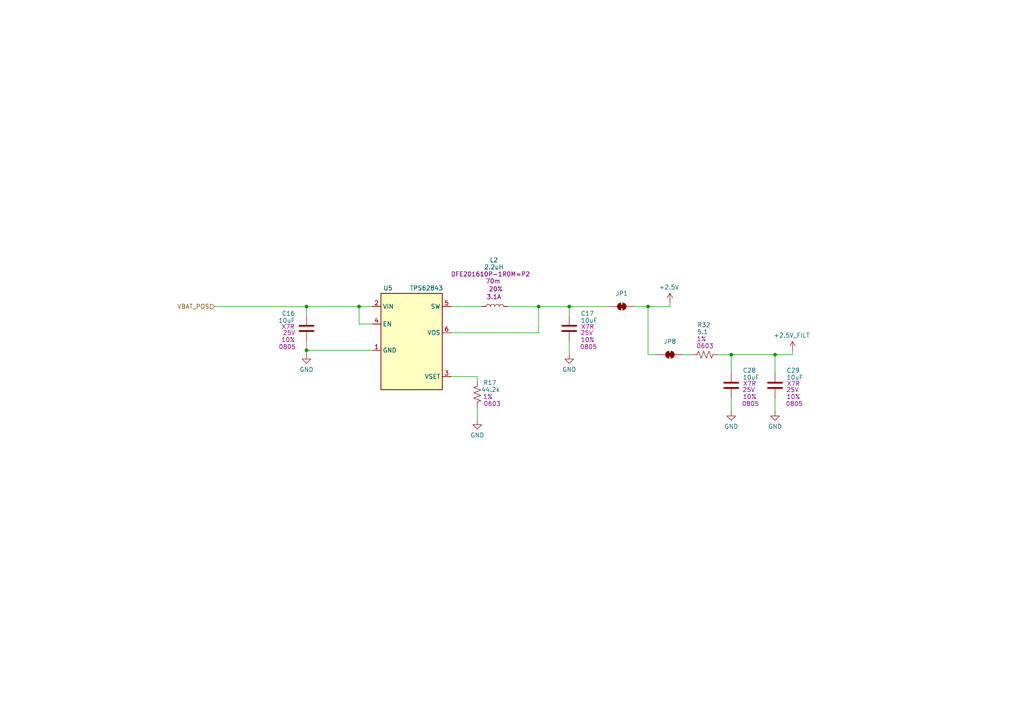
<source format=kicad_sch>
(kicad_sch (version 20231120) (generator "eeschema") (generator_version "8.0")
  (paper "A4")
  (title_block (title "KSS V50") (date "2024-09-23") (rev "A") (company "Aidan P."))
  (lib_symbols
    (symbol "Device:C" (pin_numbers hide) (pin_names (offset 0.254))
      (property "Reference" "C" (at 0.635 2.54 0))
      (property "Value" "C" (at 0.635 -2.54 0))
      (symbol "C_0_1"
        (polyline (pts (xy -2.032 -0.762) (xy 2.032 -0.762)) (stroke (width 0.508)))
        (polyline (pts (xy -2.032 0.762) (xy 2.032 0.762)) (stroke (width 0.508)))
      )
      (symbol "C_1_1"
        (pin passive line (at 0 3.81 270) (length 2.794) (name "~") (number "1"))
        (pin passive line (at 0 -3.81 90) (length 2.794) (name "~") (number "2"))
      )
    )
    (symbol "Device:L" (pin_numbers hide) (pin_names (offset 1.016) hide)
      (property "Reference" "L" (at -1.27 0 90))
      (property "Value" "L" (at 1.905 0 90))
      (symbol "L_0_1"
        (arc (start 0 -2.54) (mid 0.6323 -1.905) (end 0 -1.27))
        (arc (start 0 -1.27) (mid 0.6323 -0.635) (end 0 0))
        (arc (start 0 0) (mid 0.6323 0.635) (end 0 1.27))
        (arc (start 0 1.27) (mid 0.6323 1.905) (end 0 2.54))
      )
      (symbol "L_1_1"
        (pin passive line (at 0 3.81 270) (length 1.27) (name "1") (number "1"))
        (pin passive line (at 0 -3.81 90) (length 1.27) (name "2") (number "2"))
      )
    )
    (symbol "Device:R_US" (pin_numbers hide) (pin_names (offset 0))
      (property "Reference" "R" (at 2.54 0 90))
      (property "Value" "R_US" (at -2.54 0 90))
      (symbol "R_US_0_1"
        (polyline (pts (xy 0 -2.286) (xy 0 -2.54)))
        (polyline (pts (xy 0 2.286) (xy 0 2.54)))
        (polyline (pts (xy 0 -0.762) (xy 1.016 -1.143) (xy 0 -1.524) (xy -1.016 -1.905) (xy 0 -2.286)))
        (polyline (pts (xy 0 0.762) (xy 1.016 0.381) (xy 0 0) (xy -1.016 -0.381) (xy 0 -0.762)))
        (polyline (pts (xy 0 2.286) (xy 1.016 1.905) (xy 0 1.524) (xy -1.016 1.143) (xy 0 0.762)))
      )
      (symbol "R_US_1_1"
        (pin passive line (at 0 3.81 270) (length 1.27) (name "~") (number "1"))
        (pin passive line (at 0 -3.81 90) (length 1.27) (name "~") (number "2"))
      )
    )
    (symbol "Jumper:SolderJumper_2_Bridged" (pin_numbers hide) (pin_names (offset 0) hide) (exclude_from_sim yes) (in_bom no)
      (property "Reference" "JP" (at 0 2.032 0))
      (property "Value" "SolderJumper_2_Bridged" (at 0 -2.54 0))
      (symbol "SolderJumper_2_Bridged_0_1"
        (rectangle (start -0.508 0.508) (end 0.508 -0.508) (fill (type outline)))
        (arc (start -0.254 1.016) (mid -1.2656 0) (end -0.254 -1.016))
        (arc (start -0.254 1.016) (mid -1.2656 0) (end -0.254 -1.016) (fill (type outline)))
        (polyline (pts (xy -0.254 1.016) (xy -0.254 -1.016)))
        (polyline (pts (xy 0.254 1.016) (xy 0.254 -1.016)))
        (arc (start 0.254 -1.016) (mid 1.2656 0) (end 0.254 1.016))
        (arc (start 0.254 -1.016) (mid 1.2656 0) (end 0.254 1.016) (fill (type outline)))
      )
      (symbol "SolderJumper_2_Bridged_1_1"
        (pin passive line (at -3.81 0 0) (length 2.54) (name "A") (number "1"))
        (pin passive line (at 3.81 0 180) (length 2.54) (name "B") (number "2"))
      )
    )
    (symbol "ap_built:TPS62843"
      (property "Reference" "U" (at -7.874 18.034 0))
      (property "Value" "TPS62843" (at 4.318 17.78 0))
      (symbol "TPS62843_0_1"
        (rectangle (start -8.89 16.51) (end 8.89 -11.43) (stroke (width 0.254)) (fill (type background)))
      )
      (symbol "TPS62843_1_1"
        (pin unspecified line (at -11.43 0 0) (length 2.54) (name "GND") (number "1"))
        (pin unspecified line (at -11.43 12.7 0) (length 2.54) (name "VIN") (number "2"))
        (pin unspecified line (at 11.43 -7.62 180) (length 2.54) (name "VSET") (number "3"))
        (pin unspecified line (at -11.43 7.62 0) (length 2.54) (name "EN") (number "4"))
        (pin unspecified line (at 11.43 12.7 180) (length 2.54) (name "SW") (number "5"))
        (pin unspecified line (at 11.43 5.08 180) (length 2.54) (name "VOS") (number "6"))
      )
    )
    (symbol "power:+3.3V" (power) (pin_numbers hide) (pin_names (offset 0) hide)
      (property "Value" "+3.3V" (at 0 3.556 0))
      (symbol "+3.3V_0_1"
        (polyline (pts (xy -0.762 1.27) (xy 0 2.54)))
        (polyline (pts (xy 0 0) (xy 0 2.54)))
        (polyline (pts (xy 0 2.54) (xy 0.762 1.27)))
      )
      (symbol "+3.3V_1_1"
        (pin power_in line (at 0 0 90) (length 0) (name "~") (number "1"))
      )
    )
    (symbol "power:GND" (power) (pin_numbers hide) (pin_names (offset 0) hide)
      (property "Value" "GND" (at 0 -3.81 0))
      (symbol "GND_0_1"
        (polyline (pts (xy 0 0) (xy 0 -1.27) (xy 1.27 -1.27) (xy 0 -2.54) (xy -1.27 -1.27) (xy 0 -1.27)))
      )
      (symbol "GND_1_1"
        (pin power_in line (at 0 0 270) (length 0) (name "~") (number "1"))
      )
    )
  )
  (junction (at 156.21 88.9))
  (junction (at 104.14 88.9))
  (junction (at 165.1 88.9))
  (junction (at 88.9 101.6))
  (junction (at 212.09 102.87))
  (junction (at 88.9 88.9))
  (junction (at 224.79 102.87))
  (junction (at 187.96 88.9))
  (wire (pts (xy 104.14 93.98) (xy 104.14 88.9)))
  (wire (pts (xy 88.9 88.9) (xy 104.14 88.9)))
  (wire (pts (xy 88.9 99.06) (xy 88.9 101.6)))
  (wire (pts (xy 138.43 118.11) (xy 138.43 121.92)))
  (wire (pts (xy 212.09 102.87) (xy 212.09 107.95)))
  (wire (pts (xy 88.9 88.9) (xy 88.9 91.44)))
  (wire (pts (xy 165.1 88.9) (xy 176.53 88.9)))
  (wire (pts (xy 165.1 88.9) (xy 165.1 91.44)))
  (wire (pts (xy 138.43 109.22) (xy 130.81 109.22)))
  (wire (pts (xy 147.32 88.9) (xy 156.21 88.9)))
  (wire (pts (xy 212.09 102.87) (xy 224.79 102.87)))
  (wire (pts (xy 224.79 102.87) (xy 229.87 102.87)))
  (wire (pts (xy 156.21 88.9) (xy 165.1 88.9)))
  (wire (pts (xy 190.5 102.87) (xy 187.96 102.87)))
  (wire (pts (xy 156.21 96.52) (xy 130.81 96.52)))
  (wire (pts (xy 184.15 88.9) (xy 187.96 88.9)))
  (wire (pts (xy 187.96 102.87) (xy 187.96 88.9)))
  (wire (pts (xy 187.96 88.9) (xy 194.31 88.9)))
  (wire (pts (xy 165.1 99.06) (xy 165.1 102.87)))
  (wire (pts (xy 224.79 102.87) (xy 224.79 107.95)))
  (wire (pts (xy 107.95 93.98) (xy 104.14 93.98)))
  (wire (pts (xy 130.81 88.9) (xy 139.7 88.9)))
  (wire (pts (xy 198.12 102.87) (xy 200.66 102.87)))
  (wire (pts (xy 212.09 115.57) (xy 212.09 119.38)))
  (wire (pts (xy 138.43 110.49) (xy 138.43 109.22)))
  (wire (pts (xy 208.28 102.87) (xy 212.09 102.87)))
  (wire (pts (xy 104.14 88.9) (xy 107.95 88.9)))
  (wire (pts (xy 229.87 101.6) (xy 229.87 102.87)))
  (wire (pts (xy 156.21 88.9) (xy 156.21 96.52)))
  (wire (pts (xy 88.9 101.6) (xy 88.9 102.87)))
  (wire (pts (xy 194.31 88.9) (xy 194.31 87.63)))
  (wire (pts (xy 88.9 101.6) (xy 107.95 101.6)))
  (wire (pts (xy 62.23 88.9) (xy 88.9 88.9)))
  (wire (pts (xy 224.79 115.57) (xy 224.79 119.38)))
  (hierarchical_label "VBAT_POS" (shape input) (at 62.23 88.9 180))
  (symbol (lib_id "power:GND") (at 165.1 102.87 0) (mirror y) (unit 1)
    (property "Reference" "#PWR024" (effects (hide yes)))
    (property "Value" "GND" (at 165.1 107.188 0))
    (property "Description" "Power symbol creates a global label with name \"GND\" , ground" (effects (hide yes)))
  )
  (symbol (lib_id "power:GND") (at 224.79 119.38 0) (mirror y) (unit 1)
    (property "Reference" "#PWR076" (effects (hide yes)))
    (property "Value" "GND" (at 224.79 123.698 0))
    (property "Description" "Power symbol creates a global label with name \"GND\" , ground" (effects (hide yes)))
  )
  (symbol (lib_id "Device:C") (at 224.79 111.76 0) (unit 1)
    (property "Reference" "C29" (at 228.092 107.442 0) (effects (justify left)))
    (property "Value" "10uF" (at 228.092 109.474 0) (effects (justify left)))
    (property "Footprint" "Capacitor_SMD:C_0805_2012Metric" (effects (hide yes)))
    (property "Description" "Unpolarized capacitor" (effects (hide yes)))
    (property "MPN" "GRM21BZ71E106KE15L" (effects (hide yes)))
    (property "DPN" "490-GRM21BZ71E106KE15LCT-ND" (effects (hide yes)))
    (property "Tolerance" "10%" (at 230.124 115.062 0))
    (property "Dialectric" "X7R" (at 230.124 111.252 0))
    (property "Voltage Rating" "25V" (at 229.87 113.03 0))
    (property "Package" "0805" (at 230.378 117.094 0))
  )
  (symbol (lib_id "Jumper:SolderJumper_2_Bridged") (at 194.31 102.87 0) (unit 1) (exclude_from_sim yes) (in_bom no)
    (property "Reference" "JP8" (at 194.31 99.06 0))
    (property "Value" "SolderJumper_2_Bridged" (effects (hide yes)))
    (property "Footprint" "Jumper:SolderJumper-2_P1.3mm_Open_TrianglePad1.0x1.5mm" (effects (hide yes)))
    (property "Description" "Solder Jumper, 2-pole, closed/bridged" (effects (hide yes)))
  )
  (symbol (lib_id "Device:R_US") (at 138.43 114.3 0) (mirror y) (unit 1)
    (property "Reference" "R17" (at 144.018 110.998 0) (effects (justify left)))
    (property "Value" "44.2k" (at 145.034 113.03 0) (effects (justify left)))
    (property "Footprint" "Resistor_SMD:R_0603_1608Metric" (effects (hide yes)))
    (property "Description" "Resistor, US symbol" (effects (hide yes)))
    (property "MPN" "RC0603FR-0744K2L" (effects (hide yes)))
    (property "DPN" "311-44.2KHRCT-ND" (effects (hide yes)))
    (property "Package" "0603" (at 142.748 117.094 0))
    (property "Tolerance" "1%" (at 141.478 115.062 0))
  )
  (symbol (lib_id "Device:R_US") (at 204.47 102.87 270) (unit 1)
    (property "Reference" "R32" (at 202.184 94.234 90) (effects (justify left)))
    (property "Value" "5.1" (at 202.184 96.266 90) (effects (justify left)))
    (property "Footprint" "Resistor_SMD:R_0603_1608Metric" (effects (hide yes)))
    (property "Description" "Resistor, US symbol" (effects (hide yes)))
    (property "MPN" "RC0603FR-075R1L " (effects (hide yes)))
    (property "DPN" "YAG3372CT-ND" (effects (hide yes)))
    (property "Package" "0603" (at 204.47 100.33 90))
    (property "Tolerance" "1%" (at 203.454 98.298 90))
  )
  (symbol (lib_id "Device:C") (at 88.9 95.25 0) (mirror y) (unit 1)
    (property "Reference" "C16" (at 85.598 90.932 0) (effects (justify left)))
    (property "Value" "10uF" (at 85.598 92.964 0) (effects (justify left)))
    (property "Footprint" "Capacitor_SMD:C_0805_2012Metric" (effects (hide yes)))
    (property "Description" "Unpolarized capacitor" (effects (hide yes)))
    (property "MPN" "GRM21BZ71E106KE15L" (effects (hide yes)))
    (property "DPN" "490-GRM21BZ71E106KE15LCT-ND" (effects (hide yes)))
    (property "Tolerance" "10%" (at 83.566 98.552 0))
    (property "Dialectric" "X7R" (at 83.566 94.742 0))
    (property "Voltage Rating" "25V" (at 83.82 96.52 0))
    (property "Package" "0805" (at 83.312 100.584 0))
  )
  (symbol (lib_id "power:GND") (at 88.9 102.87 0) (mirror y) (unit 1)
    (property "Reference" "#PWR023" (effects (hide yes)))
    (property "Value" "GND" (at 88.9 107.188 0))
    (property "Description" "Power symbol creates a global label with name \"GND\" , ground" (effects (hide yes)))
  )
  (symbol (lib_id "Device:C") (at 165.1 95.25 0) (unit 1)
    (property "Reference" "C17" (at 168.402 90.932 0) (effects (justify left)))
    (property "Value" "10uF" (at 168.402 92.964 0) (effects (justify left)))
    (property "Footprint" "Capacitor_SMD:C_0805_2012Metric" (effects (hide yes)))
    (property "Description" "Unpolarized capacitor" (effects (hide yes)))
    (property "MPN" "GRM21BZ71E106KE15L" (effects (hide yes)))
    (property "DPN" "490-GRM21BZ71E106KE15LCT-ND" (effects (hide yes)))
    (property "Tolerance" "10%" (at 170.434 98.552 0))
    (property "Dialectric" "X7R" (at 170.434 94.742 0))
    (property "Voltage Rating" "25V" (at 170.18 96.52 0))
    (property "Package" "0805" (at 170.688 100.584 0))
  )
  (symbol (lib_id "power:+3.3V") (at 229.87 101.6 0) (unit 1)
    (property "Reference" "#PWR0127" (effects (hide yes)))
    (property "Value" "+2.5V_FILT" (at 229.616 97.282 0))
    (property "Description" "Power symbol creates a global label with name \"+3.3V\"" (effects (hide yes)))
  )
  (symbol (lib_id "ap_built:TPS62843") (at 119.38 101.6 0) (unit 1)
    (property "Reference" "U5" (at 112.522 83.566 0))
    (property "Value" "TPS62843" (at 123.698 83.566 0))
    (property "Footprint" "Package_TO_SOT_SMD:SOT-563" (effects (hide yes)))
    (property "DPN" "595-TPS628438DRLR " (effects (hide yes)))
    (property "MPN" "TPS628438DRLR" (effects (hide yes)))
  )
  (symbol (lib_id "Jumper:SolderJumper_2_Bridged") (at 180.34 88.9 0) (unit 1) (exclude_from_sim yes) (in_bom no)
    (property "Reference" "JP1" (at 180.34 85.09 0))
    (property "Value" "SolderJumper_2_Bridged" (effects (hide yes)))
    (property "Footprint" "Jumper:SolderJumper-2_P1.3mm_Open_TrianglePad1.0x1.5mm" (effects (hide yes)))
    (property "Description" "Solder Jumper, 2-pole, closed/bridged" (effects (hide yes)))
  )
  (symbol (lib_id "power:+3.3V") (at 194.31 87.63 0) (unit 1)
    (property "Reference" "#PWR022" (effects (hide yes)))
    (property "Value" "+2.5V" (at 194.056 83.312 0))
    (property "Description" "Power symbol creates a global label with name \"+3.3V\"" (effects (hide yes)))
  )
  (symbol (lib_id "Device:C") (at 212.09 111.76 0) (unit 1)
    (property "Reference" "C28" (at 215.392 107.442 0) (effects (justify left)))
    (property "Value" "10uF" (at 215.392 109.474 0) (effects (justify left)))
    (property "Footprint" "Capacitor_SMD:C_0805_2012Metric" (effects (hide yes)))
    (property "Description" "Unpolarized capacitor" (effects (hide yes)))
    (property "MPN" "GRM21BZ71E106KE15L" (effects (hide yes)))
    (property "DPN" "490-GRM21BZ71E106KE15LCT-ND" (effects (hide yes)))
    (property "Tolerance" "10%" (at 217.424 115.062 0))
    (property "Dialectric" "X7R" (at 217.424 111.252 0))
    (property "Voltage Rating" "25V" (at 217.17 113.03 0))
    (property "Package" "0805" (at 217.678 117.094 0))
  )
  (symbol (lib_id "Device:L") (at 143.51 88.9 90) (unit 1)
    (property "Reference" "L2" (at 143.256 75.438 90))
    (property "Value" "2.2uH" (at 143.256 77.47 90))
    (property "Footprint" "Inductor_SMD:L_Murata_DFE201610P" (effects (hide yes)))
    (property "Description" "Inductor" (effects (hide yes)))
    (property "MPN" "DFE201610P-1R0M=P2 " (at 142.748 79.502 90))
    (property "DPN" "490-10607-1-ND" (effects (hide yes)))
    (property "Tolerance" "20%" (at 143.764 83.82 90))
    (property "DCR" "70m" (at 143.002 81.534 90))
    (property "Isat" "3.1A" (at 143.256 86.106 90))
  )
  (symbol (lib_id "power:GND") (at 212.09 119.38 0) (mirror y) (unit 1)
    (property "Reference" "#PWR075" (effects (hide yes)))
    (property "Value" "GND" (at 212.09 123.698 0))
    (property "Description" "Power symbol creates a global label with name \"GND\" , ground" (effects (hide yes)))
  )
  (symbol (lib_id "power:GND") (at 138.43 121.92 0) (mirror y) (unit 1)
    (property "Reference" "#PWR025" (effects (hide yes)))
    (property "Value" "GND" (at 138.43 126.238 0))
    (property "Description" "Power symbol creates a global label with name \"GND\" , ground" (effects (hide yes)))
  )
)
</source>
